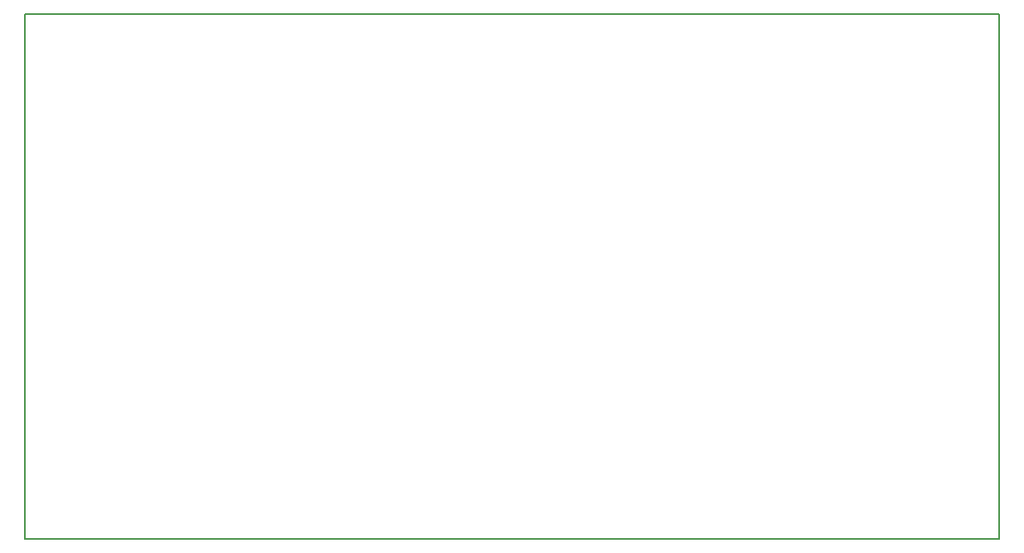
<source format=gm1>
G04 #@! TF.FileFunction,Profile,NP*
%FSLAX46Y46*%
G04 Gerber Fmt 4.6, Leading zero omitted, Abs format (unit mm)*
G04 Created by KiCad (PCBNEW 4.0.6) date 01/30/18 16:02:00*
%MOMM*%
%LPD*%
G01*
G04 APERTURE LIST*
%ADD10C,0.100000*%
%ADD11C,0.150000*%
G04 APERTURE END LIST*
D10*
D11*
X190881000Y-63881000D02*
X190754000Y-63881000D01*
X190881000Y-117602000D02*
X190881000Y-63881000D01*
X190754000Y-63881000D02*
X91440000Y-63881000D01*
X91440000Y-117602000D02*
X190881000Y-117602000D01*
X91440000Y-63881000D02*
X91440000Y-117602000D01*
M02*

</source>
